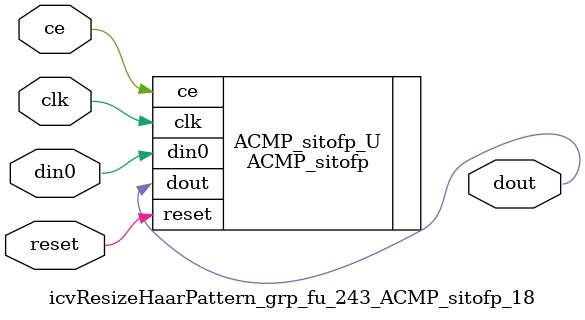
<source format=v>

`timescale 1 ns / 1 ps
module icvResizeHaarPattern_grp_fu_243_ACMP_sitofp_18(
    clk,
    reset,
    ce,
    din0,
    dout);

parameter ID = 32'd1;
parameter NUM_STAGE = 32'd1;
parameter din0_WIDTH = 32'd1;
parameter dout_WIDTH = 32'd1;
input clk;
input reset;
input ce;
input[din0_WIDTH - 1:0] din0;
output[dout_WIDTH - 1:0] dout;



ACMP_sitofp #(
.ID( ID ),
.NUM_STAGE( 4 ),
.din0_WIDTH( din0_WIDTH ),
.dout_WIDTH( dout_WIDTH ))
ACMP_sitofp_U(
    .clk( clk ),
    .reset( reset ),
    .ce( ce ),
    .din0( din0 ),
    .dout( dout ));

endmodule

</source>
